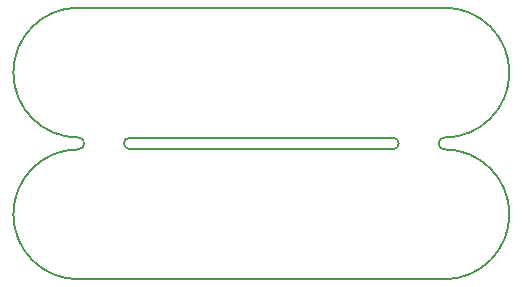
<source format=gbr>
%TF.GenerationSoftware,KiCad,Pcbnew,(5.1.10)-1*%
%TF.CreationDate,2022-01-12T21:02:25-06:00*%
%TF.ProjectId,kb-db_panel,6b622d64-625f-4706-916e-656c2e6b6963,rev?*%
%TF.SameCoordinates,Original*%
%TF.FileFunction,Profile,NP*%
%FSLAX46Y46*%
G04 Gerber Fmt 4.6, Leading zero omitted, Abs format (unit mm)*
G04 Created by KiCad (PCBNEW (5.1.10)-1) date 2022-01-12 21:02:25*
%MOMM*%
%LPD*%
G01*
G04 APERTURE LIST*
%TA.AperFunction,Profile*%
%ADD10C,0.150000*%
%TD*%
G04 APERTURE END LIST*
D10*
X78987000Y-57972000D02*
X94487000Y-57972000D01*
X63487000Y-80972000D02*
G75*
G02*
X63487000Y-69972000I0J5500000D01*
G01*
X78987000Y-80972000D02*
X63487000Y-80972000D01*
X90112000Y-68972000D02*
G75*
G02*
X90112000Y-69972000I0J-500000D01*
G01*
X90112000Y-69972000D02*
X67862000Y-69972000D01*
X94487000Y-69972000D02*
G75*
G02*
X94487000Y-80972000I0J-5500000D01*
G01*
X94487000Y-69972000D02*
G75*
G02*
X94487000Y-68972000I0J500000D01*
G01*
X90112000Y-68972000D02*
X67862000Y-68972000D01*
X78987000Y-80972000D02*
X94487000Y-80972000D01*
X63487000Y-68972000D02*
G75*
G02*
X63487000Y-57972000I0J5500000D01*
G01*
X63487000Y-68972000D02*
G75*
G02*
X63487000Y-69972000I0J-500000D01*
G01*
X94487000Y-57972000D02*
G75*
G02*
X94487000Y-68972000I0J-5500000D01*
G01*
X78987000Y-57972000D02*
X63487000Y-57972000D01*
X67862000Y-69972000D02*
G75*
G02*
X67862000Y-68972000I0J500000D01*
G01*
M02*

</source>
